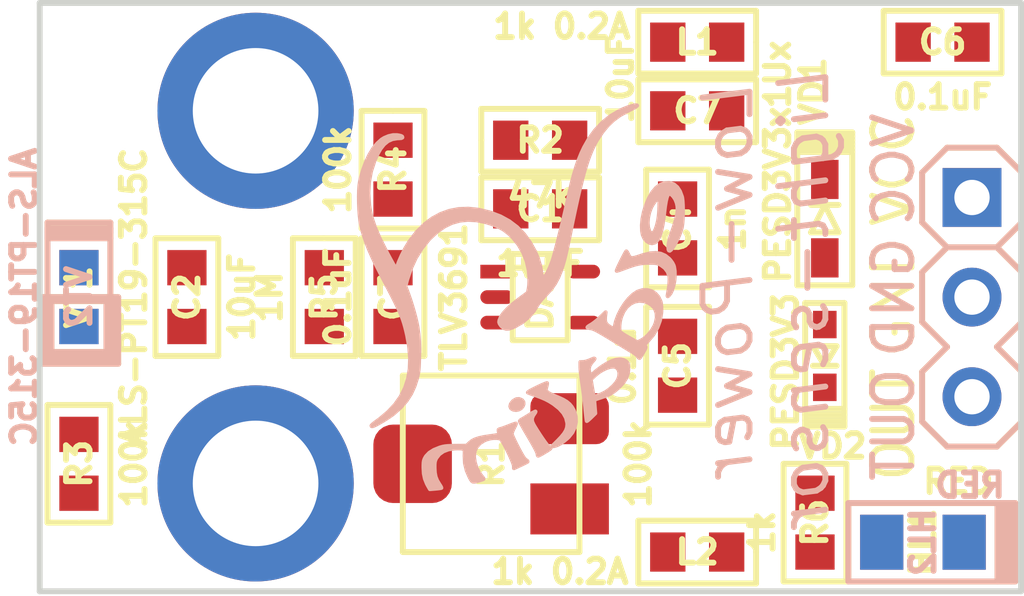
<source format=kicad_pcb>
(kicad_pcb (version 20171130) (host pcbnew "(5.1.7)-1")

  (general
    (thickness 1)
    (drawings 7)
    (tracks 0)
    (zones 0)
    (modules 26)
    (nets 10)
  )

  (page A4)
  (layers
    (0 F.Cu signal)
    (31 B.Cu signal)
    (36 B.SilkS user)
    (37 F.SilkS user)
    (38 B.Mask user)
    (39 F.Mask user)
    (40 Dwgs.User user hide)
    (44 Edge.Cuts user)
    (45 Margin user)
    (46 B.CrtYd user hide)
    (47 F.CrtYd user hide)
  )

  (setup
    (last_trace_width 0.2)
    (trace_clearance 0.2)
    (zone_clearance 0.3)
    (zone_45_only no)
    (trace_min 0.2)
    (via_size 0.7)
    (via_drill 0.3)
    (via_min_size 0.7)
    (via_min_drill 0.3)
    (uvia_size 0.7)
    (uvia_drill 0.3)
    (uvias_allowed no)
    (uvia_min_size 0.508)
    (uvia_min_drill 0.127)
    (edge_width 0.15)
    (segment_width 0.15)
    (pcb_text_width 0.3)
    (pcb_text_size 1.5 1.5)
    (mod_edge_width 0.15)
    (mod_text_size 1.5 1.5)
    (mod_text_width 0.15)
    (pad_size 0.9 0.9)
    (pad_drill 0.9)
    (pad_to_mask_clearance 0.2)
    (aux_axis_origin 125 65)
    (grid_origin 100 50)
    (visible_elements 7FFFF77F)
    (pcbplotparams
      (layerselection 0x010f0_ffffffff)
      (usegerberextensions true)
      (usegerberattributes false)
      (usegerberadvancedattributes false)
      (creategerberjobfile false)
      (gerberprecision 5)
      (excludeedgelayer true)
      (linewidth 0.150000)
      (plotframeref false)
      (viasonmask false)
      (mode 1)
      (useauxorigin true)
      (hpglpennumber 1)
      (hpglpenspeed 20)
      (hpglpendiameter 15.000000)
      (psnegative false)
      (psa4output false)
      (plotreference true)
      (plotvalue true)
      (plotinvisibletext false)
      (padsonsilk false)
      (subtractmaskfromsilk false)
      (outputformat 1)
      (mirror false)
      (drillshape 0)
      (scaleselection 1)
      (outputdirectory "Gerber/"))
  )

  (net 0 "")
  (net 1 GND)
  (net 2 +VCC)
  (net 3 "Net-(HL1-PadA)")
  (net 4 "Net-(C1-Pad1)")
  (net 5 /LightSns_OUT)
  (net 6 /+LightSns_PWR)
  (net 7 GNDP)
  (net 8 "Net-(R1-Pad2)")
  (net 9 /LightSns_Sign)

  (net_class Default "Это класс цепей по умолчанию."
    (clearance 0.2)
    (trace_width 0.2)
    (via_dia 0.7)
    (via_drill 0.3)
    (uvia_dia 0.7)
    (uvia_drill 0.3)
    (diff_pair_width 0.2)
    (diff_pair_gap 0.2)
    (add_net /+LightSns_PWR)
    (add_net /LightSns_OUT)
    (add_net /LightSns_Sign)
    (add_net GNDP)
    (add_net "Net-(C1-Pad1)")
    (add_net "Net-(HL1-PadA)")
    (add_net "Net-(R1-Pad2)")
  )

  (net_class wide ""
    (clearance 0.2)
    (trace_width 0.5)
    (via_dia 0.7)
    (via_drill 0.3)
    (uvia_dia 0.7)
    (uvia_drill 0.3)
    (diff_pair_width 0.2)
    (diff_pair_gap 0.2)
    (add_net +VCC)
    (add_net GND)
  )

  (net_class widewide ""
    (clearance 0.2)
    (trace_width 1)
    (via_dia 0.7)
    (via_drill 0.3)
    (uvia_dia 0.7)
    (uvia_drill 0.3)
    (diff_pair_width 0.2)
    (diff_pair_gap 0.2)
  )

  (module Capacitors:CAP0603 (layer F.Cu) (tedit 5DD56BAF) (tstamp 632C84BD)
    (at 123 51)
    (path /632DD41F)
    (attr smd)
    (fp_text reference C6 (at 0 0) (layer F.SilkS)
      (effects (font (size 0.6 0.6) (thickness 0.15)))
    )
    (fp_text value 0.1uF (at 0 1.4) (layer F.SilkS)
      (effects (font (size 0.6 0.6) (thickness 0.15)))
    )
    (fp_line (start -1.5 -0.8) (end 1.5 -0.8) (layer F.SilkS) (width 0.15))
    (fp_line (start 1.5 -0.8) (end 1.5 0.8) (layer F.SilkS) (width 0.15))
    (fp_line (start 1.5 0.8) (end -1.5 0.8) (layer F.SilkS) (width 0.15))
    (fp_line (start -1.5 0.8) (end -1.5 -0.8) (layer F.SilkS) (width 0.15))
    (pad 1 smd rect (at -0.75 0) (size 0.9 1) (layers F.Cu F.Paste F.Mask)
      (net 2 +VCC))
    (pad 2 smd rect (at 0.75 0) (size 0.9 1) (layers F.Cu F.Paste F.Mask)
      (net 7 GNDP))
    (model ${KISYS3DMOD}/Capacitors/CAP0603.step
      (at (xyz 0 0 0))
      (scale (xyz 1 1 1))
      (rotate (xyz 0 0 0))
    )
  )

  (module Capacitors:CAP0603 (layer F.Cu) (tedit 632C8DCF) (tstamp 632C84C7)
    (at 116.75 52.75 180)
    (path /63390CC9)
    (attr smd)
    (fp_text reference C7 (at 0 0 180) (layer F.SilkS)
      (effects (font (size 0.6 0.6) (thickness 0.15)))
    )
    (fp_text value 10uF (at 1.95 0.8 270) (layer F.SilkS)
      (effects (font (size 0.6 0.6) (thickness 0.15)))
    )
    (fp_line (start -1.5 -0.8) (end 1.5 -0.8) (layer F.SilkS) (width 0.15))
    (fp_line (start 1.5 -0.8) (end 1.5 0.8) (layer F.SilkS) (width 0.15))
    (fp_line (start 1.5 0.8) (end -1.5 0.8) (layer F.SilkS) (width 0.15))
    (fp_line (start -1.5 0.8) (end -1.5 -0.8) (layer F.SilkS) (width 0.15))
    (pad 1 smd rect (at -0.75 0 180) (size 0.9 1) (layers F.Cu F.Paste F.Mask)
      (net 6 /+LightSns_PWR))
    (pad 2 smd rect (at 0.75 0 180) (size 0.9 1) (layers F.Cu F.Paste F.Mask)
      (net 1 GND))
    (model ${KISYS3DMOD}/Capacitors/CAP0603.step
      (at (xyz 0 0 0))
      (scale (xyz 1 1 1))
      (rotate (xyz 0 0 0))
    )
  )

  (module PCB_details:Hole_for_M3_small (layer F.Cu) (tedit 5F6C5DC9) (tstamp 632C84DD)
    (at 105.5 62.25)
    (path /5F35C316)
    (zone_connect 2)
    (attr virtual)
    (fp_text reference Hole1 (at 0 2.75) (layer F.SilkS) hide
      (effects (font (size 0.127 0.127) (thickness 0.02)))
    )
    (fp_text value HoleMetalled (at 0 -2.75) (layer F.SilkS) hide
      (effects (font (size 0.127 0.127) (thickness 0.02)))
    )
    (pad H thru_hole circle (at 0 0) (size 5 5) (drill 3.2) (layers *.Cu *.Mask)
      (net 1 GND) (zone_connect 2))
  )

  (module PCB_details:Hole_for_M3_small (layer F.Cu) (tedit 5F6C5DC9) (tstamp 632C84E2)
    (at 105.5 52.75)
    (path /5F35C6AD)
    (zone_connect 2)
    (attr virtual)
    (fp_text reference Hole2 (at 0 2.75) (layer F.SilkS) hide
      (effects (font (size 0.127 0.127) (thickness 0.02)))
    )
    (fp_text value HoleMetalled (at 0 -2.75) (layer F.SilkS) hide
      (effects (font (size 0.127 0.127) (thickness 0.02)))
    )
    (pad H thru_hole circle (at 0 0) (size 5 5) (drill 3.2) (layers *.Cu *.Mask)
      (net 1 GND) (zone_connect 2))
  )

  (module Inductors:Bead_0603 (layer F.Cu) (tedit 632C8DD9) (tstamp 632C84ED)
    (at 116.75 51 180)
    (path /63390CBD)
    (attr smd)
    (fp_text reference L1 (at 0 0 180) (layer F.SilkS)
      (effects (font (size 0.6 0.6) (thickness 0.15)))
    )
    (fp_text value "1k 0.2A" (at 3.45 0.4 180) (layer F.SilkS)
      (effects (font (size 0.6 0.6) (thickness 0.15)))
    )
    (fp_line (start -1.5 0.8) (end -1.5 0) (layer F.SilkS) (width 0.15))
    (fp_line (start 1.5 0.8) (end -1.5 0.8) (layer F.SilkS) (width 0.15))
    (fp_line (start 1.5 -0.8) (end 1.5 0.8) (layer F.SilkS) (width 0.15))
    (fp_line (start -1.5 -0.8) (end 1.5 -0.8) (layer F.SilkS) (width 0.15))
    (fp_line (start -1.5 0) (end -1.5 -0.8) (layer F.SilkS) (width 0.15))
    (pad 2 smd rect (at 0.75 0 180) (size 0.9 1) (layers F.Cu F.Paste F.Mask)
      (net 6 /+LightSns_PWR))
    (pad 1 smd rect (at -0.75 0 180) (size 0.9 1) (layers F.Cu F.Paste F.Mask)
      (net 2 +VCC))
    (model "${KISYS3DMOD}/Inductors/Ferrite Bead 0603.STEP"
      (at (xyz 0 0 0))
      (scale (xyz 1 1 1))
      (rotate (xyz 0 0 0))
    )
  )

  (module Inductors:Bead_0603 (layer F.Cu) (tedit 632C8D5C) (tstamp 632C84F8)
    (at 116.75 64 180)
    (path /632DC0A7)
    (attr smd)
    (fp_text reference L2 (at 0 0 180) (layer F.SilkS)
      (effects (font (size 0.6 0.6) (thickness 0.15)))
    )
    (fp_text value "1k 0.2A" (at 3.5 -0.5 180) (layer F.SilkS)
      (effects (font (size 0.6 0.6) (thickness 0.15)))
    )
    (fp_line (start -1.5 0) (end -1.5 -0.8) (layer F.SilkS) (width 0.15))
    (fp_line (start -1.5 -0.8) (end 1.5 -0.8) (layer F.SilkS) (width 0.15))
    (fp_line (start 1.5 -0.8) (end 1.5 0.8) (layer F.SilkS) (width 0.15))
    (fp_line (start 1.5 0.8) (end -1.5 0.8) (layer F.SilkS) (width 0.15))
    (fp_line (start -1.5 0.8) (end -1.5 0) (layer F.SilkS) (width 0.15))
    (pad 1 smd rect (at -0.75 0 180) (size 0.9 1) (layers F.Cu F.Paste F.Mask)
      (net 7 GNDP))
    (pad 2 smd rect (at 0.75 0 180) (size 0.9 1) (layers F.Cu F.Paste F.Mask)
      (net 1 GND))
    (model "${KISYS3DMOD}/Inductors/Ferrite Bead 0603.STEP"
      (at (xyz 0 0 0))
      (scale (xyz 1 1 1))
      (rotate (xyz 0 0 0))
    )
  )

  (module Graphics:Eldalim_10x8 (layer B.Cu) (tedit 5B095A05) (tstamp 632C850C)
    (at 112.25 57.5 270)
    (path /59C3CC15)
    (attr virtual)
    (fp_text reference Logo1 (at 0 0 270) (layer B.SilkS) hide
      (effects (font (size 1.524 1.524) (thickness 0.3)) (justify mirror))
    )
    (fp_text value Eldalim (at 0.75 0 270) (layer B.SilkS) hide
      (effects (font (size 1.524 1.524) (thickness 0.3)) (justify mirror))
    )
    (fp_poly (pts (xy -1.182086 -3.800308) (xy -1.205604 -3.831734) (xy -1.253819 -3.870831) (xy -1.321501 -3.914726)
      (xy -1.403421 -3.960547) (xy -1.494348 -4.005423) (xy -1.589052 -4.046479) (xy -1.682304 -4.080844)
      (xy -1.768874 -4.105646) (xy -1.791318 -4.110508) (xy -1.877005 -4.122819) (xy -1.985014 -4.131414)
      (xy -2.106042 -4.136271) (xy -2.230791 -4.137369) (xy -2.349961 -4.134685) (xy -2.454252 -4.128197)
      (xy -2.534364 -4.117883) (xy -2.558814 -4.112336) (xy -2.696786 -4.061265) (xy -2.800816 -3.994188)
      (xy -2.871108 -3.910915) (xy -2.907867 -3.811253) (xy -2.912153 -3.780645) (xy -2.905221 -3.663606)
      (xy -2.861961 -3.553057) (xy -2.783263 -3.449929) (xy -2.670016 -3.355153) (xy -2.523109 -3.269661)
      (xy -2.357002 -3.199281) (xy -2.174434 -3.142264) (xy -1.997134 -3.105284) (xy -1.831621 -3.089064)
      (xy -1.684414 -3.094323) (xy -1.58563 -3.114055) (xy -1.497106 -3.153727) (xy -1.429907 -3.210374)
      (xy -1.387531 -3.277768) (xy -1.373478 -3.349683) (xy -1.391247 -3.419889) (xy -1.402947 -3.439177)
      (xy -1.461234 -3.493088) (xy -1.556363 -3.541264) (xy -1.62206 -3.562394) (xy -1.62206 -3.362015)
      (xy -1.625181 -3.324936) (xy -1.664369 -3.288965) (xy -1.679222 -3.280634) (xy -1.774533 -3.249029)
      (xy -1.891462 -3.238224) (xy -2.020809 -3.247427) (xy -2.153373 -3.275846) (xy -2.279954 -3.322689)
      (xy -2.304248 -3.334455) (xy -2.364157 -3.368668) (xy -2.424198 -3.409276) (xy -2.477664 -3.450768)
      (xy -2.51785 -3.487632) (xy -2.538049 -3.514358) (xy -2.53564 -3.52461) (xy -2.492701 -3.532687)
      (xy -2.421322 -3.53642) (xy -2.330401 -3.536157) (xy -2.228832 -3.532247) (xy -2.125513 -3.525039)
      (xy -2.02934 -3.514881) (xy -1.949209 -3.502122) (xy -1.946187 -3.501506) (xy -1.817068 -3.469946)
      (xy -1.719206 -3.435515) (xy -1.653802 -3.399206) (xy -1.62206 -3.362015) (xy -1.62206 -3.562394)
      (xy -1.687972 -3.583595) (xy -1.855696 -3.619974) (xy -2.059172 -3.65029) (xy -2.140806 -3.659668)
      (xy -2.313334 -3.680788) (xy -2.448799 -3.703303) (xy -2.547746 -3.727335) (xy -2.610721 -3.753007)
      (xy -2.632169 -3.770075) (xy -2.637028 -3.802318) (xy -2.613819 -3.844539) (xy -2.568277 -3.890185)
      (xy -2.506136 -3.9327) (xy -2.476472 -3.948043) (xy -2.395345 -3.979209) (xy -2.310093 -3.996475)
      (xy -2.215812 -3.999294) (xy -2.1076 -3.987118) (xy -1.980553 -3.9594) (xy -1.829767 -3.915592)
      (xy -1.652933 -3.85606) (xy -1.499389 -3.805902) (xy -1.376443 -3.774685) (xy -1.282348 -3.762122)
      (xy -1.215359 -3.767924) (xy -1.188495 -3.779425) (xy -1.182086 -3.800308)) (layer B.SilkS) (width 0.1))
    (fp_poly (pts (xy -0.021658 -3.748598) (xy -0.034323 -3.76807) (xy -0.036371 -3.770572) (xy -0.097343 -3.820489)
      (xy -0.187015 -3.862793) (xy -0.296973 -3.896074) (xy -0.418801 -3.918924) (xy -0.544086 -3.929934)
      (xy -0.664413 -3.927694) (xy -0.771367 -3.910795) (xy -0.808029 -3.899789) (xy -0.871851 -3.867353)
      (xy -0.941741 -3.816707) (xy -0.979356 -3.782584) (xy -1.058062 -3.683564) (xy -1.106831 -3.5722)
      (xy -1.125969 -3.445695) (xy -1.115786 -3.301256) (xy -1.076588 -3.136088) (xy -1.057224 -3.076222)
      (xy -1.022124 -2.970447) (xy -1.000857 -2.893684) (xy -0.993881 -2.83977) (xy -1.001653 -2.802544)
      (xy -1.024633 -2.775844) (xy -1.063277 -2.75351) (xy -1.081852 -2.745025) (xy -1.130754 -2.720944)
      (xy -1.161327 -2.701177) (xy -1.166499 -2.694342) (xy -1.150738 -2.682172) (xy -1.108293 -2.657842)
      (xy -1.046401 -2.624935) (xy -0.972297 -2.587035) (xy -0.89322 -2.547724) (xy -0.816405 -2.510587)
      (xy -0.749089 -2.479207) (xy -0.698508 -2.457168) (xy -0.6719 -2.448053) (xy -0.669707 -2.448332)
      (xy -0.673549 -2.467641) (xy -0.688528 -2.514602) (xy -0.712153 -2.58179) (xy -0.73683 -2.648355)
      (xy -0.7876 -2.787154) (xy -0.82447 -2.901242) (xy -0.849498 -2.999991) (xy -0.864738 -3.092768)
      (xy -0.872246 -3.188945) (xy -0.874064 -3.273778) (xy -0.873698 -3.364613) (xy -0.870375 -3.428514)
      (xy -0.862114 -3.476165) (xy -0.846932 -3.51825) (xy -0.822845 -3.565451) (xy -0.818444 -3.573448)
      (xy -0.744174 -3.673057) (xy -0.64876 -3.74626) (xy -0.538912 -3.7882) (xy -0.515989 -3.792381)
      (xy -0.45063 -3.795535) (xy -0.358917 -3.791014) (xy -0.25112 -3.779778) (xy -0.13751 -3.76279)
      (xy -0.075259 -3.751138) (xy -0.033243 -3.743984) (xy -0.021658 -3.748598)) (layer B.SilkS) (width 0.1))
    (fp_poly (pts (xy 1.55192 -3.029675) (xy 1.532819 -3.044999) (xy 1.489397 -3.073804) (xy 1.429889 -3.110697)
      (xy 1.409202 -3.123089) (xy 1.34004 -3.162431) (xy 1.295695 -3.182576) (xy 1.270034 -3.185727)
      (xy 1.258633 -3.177176) (xy 1.243939 -3.146759) (xy 1.242066 -3.137921) (xy 1.229645 -3.143982)
      (xy 1.196613 -3.171581) (xy 1.153959 -3.210935) (xy 1.153959 -2.979267) (xy 1.033239 -2.759706)
      (xy 0.978516 -2.664486) (xy 0.931445 -2.591108) (xy 0.894975 -2.543893) (xy 0.874889 -2.527674)
      (xy 0.809603 -2.517488) (xy 0.72135 -2.519145) (xy 0.622512 -2.531578) (xy 0.525467 -2.553716)
      (xy 0.506611 -2.559455) (xy 0.36856 -2.618851) (xy 0.256126 -2.698367) (xy 0.171331 -2.794159)
      (xy 0.116197 -2.902387) (xy 0.092744 -3.019208) (xy 0.102993 -3.140781) (xy 0.14273 -3.25114)
      (xy 0.212007 -3.353672) (xy 0.300488 -3.424888) (xy 0.40549 -3.46408) (xy 0.524328 -3.47054)
      (xy 0.65432 -3.44356) (xy 0.741019 -3.408939) (xy 0.864898 -3.336026) (xy 0.976498 -3.242631)
      (xy 1.065859 -3.137846) (xy 1.101161 -3.080109) (xy 1.153959 -2.979267) (xy 1.153959 -3.210935)
      (xy 1.148912 -3.215592) (xy 1.122179 -3.241402) (xy 0.955571 -3.381527) (xy 0.779093 -3.485383)
      (xy 0.592511 -3.553078) (xy 0.395591 -3.58472) (xy 0.366889 -3.586291) (xy 0.237552 -3.586218)
      (xy 0.139837 -3.573471) (xy 0.112313 -3.565934) (xy -0.002049 -3.511383) (xy -0.090612 -3.432923)
      (xy -0.15114 -3.335981) (xy -0.181396 -3.225987) (xy -0.179145 -3.10837) (xy -0.14215 -2.988559)
      (xy -0.133123 -2.970065) (xy -0.061055 -2.862874) (xy 0.041457 -2.756539) (xy 0.167407 -2.655604)
      (xy 0.309789 -2.564614) (xy 0.4616 -2.488112) (xy 0.615833 -2.430641) (xy 0.74619 -2.399716)
      (xy 0.824453 -2.386748) (xy 0.765005 -2.285309) (xy 0.713311 -2.210656) (xy 0.659028 -2.167084)
      (xy 0.591845 -2.149585) (xy 0.501451 -2.153149) (xy 0.494632 -2.153977) (xy 0.386765 -2.167454)
      (xy 0.519964 -2.02723) (xy 0.583894 -1.955716) (xy 0.643722 -1.881445) (xy 0.690297 -1.816078)
      (xy 0.705568 -1.790721) (xy 0.735659 -1.740636) (xy 0.760165 -1.709098) (xy 0.771602 -1.702861)
      (xy 0.781807 -1.725105) (xy 0.791508 -1.771243) (xy 0.79457 -1.794139) (xy 0.801576 -1.826139)
      (xy 0.817552 -1.868428) (xy 0.84442 -1.924572) (xy 0.884102 -1.99814) (xy 0.93852 -2.092699)
      (xy 1.009597 -2.211818) (xy 1.096342 -2.354311) (xy 1.172448 -2.478538) (xy 1.244064 -2.595446)
      (xy 1.308294 -2.700305) (xy 1.36224 -2.788384) (xy 1.403003 -2.854951) (xy 1.427687 -2.895277)
      (xy 1.430845 -2.90044) (xy 1.467989 -2.949965) (xy 1.507708 -2.987052) (xy 1.51663 -2.992646)
      (xy 1.546081 -3.014308) (xy 1.55192 -3.029675)) (layer B.SilkS) (width 0.1))
    (fp_poly (pts (xy 3.292593 3.779159) (xy 3.282467 3.743427) (xy 3.254776 3.683686) (xy 3.213554 3.606744)
      (xy 3.162834 3.519406) (xy 3.106647 3.428479) (xy 3.049026 3.340771) (xy 2.994004 3.263087)
      (xy 2.963309 3.223367) (xy 2.804283 3.046246) (xy 2.638739 2.902585) (xy 2.460336 2.788215)
      (xy 2.262737 2.698968) (xy 2.076625 2.64019) (xy 2.004227 2.622099) (xy 1.937233 2.608595)
      (xy 1.867371 2.598804) (xy 1.786364 2.591852) (xy 1.685939 2.586865) (xy 1.557821 2.582969)
      (xy 1.528019 2.58224) (xy 1.309361 2.580277) (xy 1.117769 2.586067) (xy 0.943342 2.600334)
      (xy 0.776179 2.623802) (xy 0.660048 2.645706) (xy 0.529293 2.675973) (xy 0.376716 2.716512)
      (xy 0.215384 2.763495) (xy 0.058364 2.813096) (xy -0.081278 2.861486) (xy -0.098792 2.867982)
      (xy -0.275735 2.934255) (xy -0.443608 2.888247) (xy -0.735103 2.792034) (xy -1.00058 2.669855)
      (xy -1.242472 2.52037) (xy -1.463216 2.342238) (xy -1.502853 2.305152) (xy -1.668867 2.1263)
      (xy -1.798279 1.941825) (xy -1.89145 1.750197) (xy -1.948742 1.549887) (xy -1.970516 1.339364)
      (xy -1.957135 1.117099) (xy -1.908961 0.881561) (xy -1.870035 0.752593) (xy -1.801752 0.577916)
      (xy -1.719616 0.429166) (xy -1.616687 0.295281) (xy -1.522473 0.198727) (xy -1.337906 0.049847)
      (xy -1.13371 -0.068694) (xy -0.914531 -0.154917) (xy -0.685019 -0.206843) (xy -0.536222 -0.221102)
      (xy -0.41328 -0.223301) (xy -0.304338 -0.218759) (xy -0.220928 -0.207963) (xy -0.220246 -0.207822)
      (xy -0.111234 -0.185137) (xy 0.05108 0.034432) (xy 0.178491 0.197234) (xy 0.297729 0.330289)
      (xy 0.407502 0.432474) (xy 0.506523 0.502667) (xy 0.5935 0.539742) (xy 0.638118 0.54563)
      (xy 0.676981 0.532713) (xy 0.724999 0.499954) (xy 0.745067 0.481659) (xy 0.788618 0.425811)
      (xy 0.807965 0.365154) (xy 0.803075 0.293096) (xy 0.773915 0.203042) (xy 0.743332 0.13465)
      (xy 0.634845 -0.051516) (xy 0.501131 -0.211137) (xy 0.343974 -0.34235) (xy 0.211298 -0.421248)
      (xy 0.148632 -0.461018) (xy 0.070206 -0.523231) (xy -0.015864 -0.601245) (xy -0.05211 -0.636892)
      (xy -0.197873 -0.770498) (xy -0.345577 -0.876432) (xy -0.507641 -0.962576) (xy -0.664783 -1.025703)
      (xy -0.745118 -1.05366) (xy -0.822998 -1.078838) (xy -0.903787 -1.102573) (xy -0.992847 -1.126199)
      (xy -1.095543 -1.151051) (xy -1.217236 -1.178464) (xy -1.363291 -1.209772) (xy -1.539071 -1.246309)
      (xy -1.608666 -1.260592) (xy -1.945393 -1.330328) (xy -2.24758 -1.394736) (xy -2.51782 -1.454562)
      (xy -2.758711 -1.51055) (xy -2.972848 -1.563447) (xy -3.162825 -1.613998) (xy -3.331238 -1.662948)
      (xy -3.480683 -1.711044) (xy -3.613756 -1.75903) (xy -3.733051 -1.807653) (xy -3.841163 -1.857658)
      (xy -3.940689 -1.90979) (xy -4.011409 -1.950824) (xy -4.211451 -2.083256) (xy -4.3791 -2.220662)
      (xy -4.519588 -2.368539) (xy -4.638149 -2.532383) (xy -4.738403 -2.714345) (xy -4.778657 -2.795566)
      (xy -4.815937 -2.867169) (xy -4.845625 -2.920492) (xy -4.861081 -2.944518) (xy -4.882828 -2.969562)
      (xy -4.890205 -2.962123) (xy -4.891253 -2.933703) (xy -4.884113 -2.882933) (xy -4.864071 -2.808194)
      (xy -4.834506 -2.719442) (xy -4.798797 -2.626632) (xy -4.760323 -2.539719) (xy -4.751225 -2.521185)
      (xy -4.615187 -2.291842) (xy -4.448374 -2.083918) (xy -4.251272 -1.897881) (xy -4.024366 -1.734203)
      (xy -3.819407 -1.618512) (xy -3.670069 -1.548292) (xy -3.509151 -1.483007) (xy -3.331891 -1.421162)
      (xy -3.133529 -1.361261) (xy -2.909303 -1.30181) (xy -2.654454 -1.241314) (xy -2.530592 -1.213804)
      (xy -2.351044 -1.173897) (xy -2.162605 -1.130662) (xy -1.97021 -1.085338) (xy -1.778797 -1.03916)
      (xy -1.5933 -0.993367) (xy -1.418658 -0.949193) (xy -1.259806 -0.907877) (xy -1.12168 -0.870656)
      (xy -1.009218 -0.838765) (xy -0.927354 -0.813443) (xy -0.912518 -0.808378) (xy -0.76011 -0.749331)
      (xy -0.626807 -0.686581) (xy -0.519972 -0.623764) (xy -0.481336 -0.595521) (xy -0.426451 -0.551683)
      (xy -0.566003 -0.539629) (xy -0.786121 -0.50292) (xy -1.015229 -0.430166) (xy -1.159418 -0.368006)
      (xy -1.398014 -0.237398) (xy -1.606586 -0.084947) (xy -1.785753 0.090181) (xy -1.936132 0.288825)
      (xy -2.058341 0.511819) (xy -2.152999 0.760002) (xy -2.220724 1.03421) (xy -2.22894 1.079613)
      (xy -2.255294 1.334237) (xy -2.245358 1.579847) (xy -2.199619 1.815398) (xy -2.118563 2.039843)
      (xy -2.002677 2.252134) (xy -1.852448 2.451225) (xy -1.668363 2.636069) (xy -1.450907 2.80562)
      (xy -1.41515 2.829863) (xy -1.247753 2.932551) (xy -1.072033 3.02473) (xy -0.901248 3.099758)
      (xy -0.812365 3.131917) (xy -0.771896 3.14505) (xy -0.745298 3.156012) (xy -0.73542 3.167943)
      (xy -0.745111 3.183982) (xy -0.77722 3.207267) (xy -0.834596 3.240939) (xy -0.920088 3.288135)
      (xy -0.987777 3.32519) (xy -1.227508 3.453529) (xy -1.441487 3.561047) (xy -1.634105 3.649454)
      (xy -1.809749 3.720458) (xy -1.972808 3.77577) (xy -2.127671 3.817099) (xy -2.278727 3.846153)
      (xy -2.351358 3.856265) (xy -2.647723 3.876078) (xy -2.931792 3.860793) (xy -3.205671 3.810074)
      (xy -3.471465 3.723585) (xy -3.631259 3.652764) (xy -3.781368 3.568124) (xy -3.896092 3.477088)
      (xy -3.977497 3.376938) (xy -4.027646 3.264959) (xy -4.048604 3.138433) (xy -4.049527 3.102461)
      (xy -4.053998 3.039489) (xy -4.067617 3.011916) (xy -4.073565 3.01037) (xy -4.093863 3.017382)
      (xy -4.108879 3.043129) (xy -4.121549 3.094679) (xy -4.130069 3.146375) (xy -4.130065 3.248372)
      (xy -4.104933 3.361484) (xy -4.058432 3.472711) (xy -4.015834 3.541583) (xy -3.917653 3.650437)
      (xy -3.786651 3.754409) (xy -3.627558 3.851082) (xy -3.445103 3.938038) (xy -3.244015 4.012859)
      (xy -3.029022 4.073126) (xy -2.93684 4.093291) (xy -2.835378 4.107389) (xy -2.705707 4.115952)
      (xy -2.556804 4.119208) (xy -2.397646 4.117387) (xy -2.237209 4.110716) (xy -2.084471 4.099424)
      (xy -1.948408 4.08374) (xy -1.845193 4.06552) (xy -1.688648 4.026761) (xy -1.529333 3.978775)
      (xy -1.362837 3.919733) (xy -1.184744 3.847808) (xy -0.990642 3.761174) (xy -0.776118 3.658004)
      (xy -0.536757 3.536469) (xy -0.420703 3.475794) (xy -0.215642 3.368232) (xy -0.039211 3.276991)
      (xy 0.112928 3.200255) (xy 0.245115 3.136208) (xy 0.361688 3.083032) (xy 0.466988 3.038912)
      (xy 0.565351 3.002031) (xy 0.661119 2.970573) (xy 0.75863 2.942721) (xy 0.862223 2.916658)
      (xy 0.976237 2.890569) (xy 0.978371 2.890097) (xy 1.283226 2.836341) (xy 1.568697 2.814564)
      (xy 1.835787 2.825112) (xy 2.085494 2.868334) (xy 2.318822 2.944578) (xy 2.53677 3.054192)
      (xy 2.740341 3.197524) (xy 2.930536 3.374922) (xy 3.108355 3.586733) (xy 3.151182 3.64537)
      (xy 3.210368 3.726048) (xy 3.252047 3.776386) (xy 3.278186 3.798242) (xy 3.290751 3.793477)
      (xy 3.292593 3.779159)) (layer B.SilkS) (width 0.1))
    (fp_poly (pts (xy 3.159787 -1.686045) (xy 3.151591 -1.702286) (xy 3.122414 -1.737999) (xy 3.078056 -1.786223)
      (xy 3.065713 -1.79897) (xy 2.963334 -1.903675) (xy 2.80422 -1.891281) (xy 2.729662 -1.885236)
      (xy 2.669541 -1.87992) (xy 2.633702 -1.876221) (xy 2.62876 -1.87548) (xy 2.616592 -1.89069)
      (xy 2.597884 -1.934255) (xy 2.57586 -1.998194) (xy 2.565767 -2.031351) (xy 2.536325 -2.118947)
      (xy 2.536325 -1.876696) (xy 2.533318 -1.868527) (xy 2.511633 -1.86147) (xy 2.460624 -1.850186)
      (xy 2.388137 -1.836284) (xy 2.310369 -1.822758) (xy 2.097852 -1.787422) (xy 2.000939 -1.88977)
      (xy 1.923633 -1.983178) (xy 1.859454 -2.083676) (xy 1.810789 -2.184879) (xy 1.780022 -2.280401)
      (xy 1.769538 -2.363856) (xy 1.781722 -2.428861) (xy 1.79271 -2.447292) (xy 1.854274 -2.497779)
      (xy 1.934726 -2.518823) (xy 2.028766 -2.509807) (xy 2.103856 -2.48348) (xy 2.182952 -2.434419)
      (xy 2.267555 -2.360063) (xy 2.348623 -2.269822) (xy 2.417115 -2.173106) (xy 2.438956 -2.134732)
      (xy 2.479617 -2.051561) (xy 2.511137 -1.975927) (xy 2.530909 -1.915187) (xy 2.536325 -1.876696)
      (xy 2.536325 -2.118947) (xy 2.518288 -2.172612) (xy 2.463362 -2.289454) (xy 2.393546 -2.395087)
      (xy 2.301398 -2.502721) (xy 2.298421 -2.505895) (xy 2.178052 -2.617679) (xy 2.059563 -2.693745)
      (xy 1.939895 -2.735681) (xy 1.836143 -2.74569) (xy 1.767196 -2.741769) (xy 1.708316 -2.732966)
      (xy 1.680211 -2.724441) (xy 1.637529 -2.686568) (xy 1.602718 -2.625103) (xy 1.582741 -2.554073)
      (xy 1.580445 -2.523475) (xy 1.594193 -2.43148) (xy 1.633289 -2.321177) (xy 1.694508 -2.198745)
      (xy 1.774627 -2.070363) (xy 1.870422 -1.942211) (xy 1.905553 -1.900296) (xy 2.011094 -1.778)
      (xy 1.932177 -1.75378) (xy 1.83913 -1.737973) (xy 1.755822 -1.753708) (xy 1.674175 -1.803087)
      (xy 1.644608 -1.828603) (xy 1.596928 -1.870084) (xy 1.571011 -1.884902) (xy 1.565917 -1.871422)
      (xy 1.580706 -1.828008) (xy 1.608483 -1.765757) (xy 1.634905 -1.696729) (xy 1.651981 -1.628586)
      (xy 1.65552 -1.594555) (xy 1.655704 -1.524) (xy 1.783953 -1.524) (xy 1.848621 -1.527022)
      (xy 1.940039 -1.535337) (xy 2.047882 -1.547814) (xy 2.161821 -1.563325) (xy 2.209273 -1.570513)
      (xy 2.339368 -1.589501) (xy 2.490578 -1.609387) (xy 2.646503 -1.628136) (xy 2.790741 -1.643711)
      (xy 2.828913 -1.647426) (xy 2.934897 -1.657826) (xy 3.027218 -1.667666) (xy 3.099618 -1.676216)
      (xy 3.145841 -1.682747) (xy 3.159787 -1.686045)) (layer B.SilkS) (width 0.1))
    (fp_poly (pts (xy 3.806936 -0.79963) (xy 3.795597 -0.869832) (xy 3.773151 -0.93795) (xy 3.728305 -1.02145)
      (xy 3.667023 -1.110987) (xy 3.595273 -1.19722) (xy 3.56904 -1.224642) (xy 3.451504 -1.318841)
      (xy 3.321278 -1.381079) (xy 3.183793 -1.41034) (xy 3.04448 -1.405609) (xy 2.90877 -1.365869)
      (xy 2.881768 -1.353246) (xy 2.79911 -1.305334) (xy 2.730058 -1.248475) (xy 2.670078 -1.176609)
      (xy 2.614641 -1.083675) (xy 2.559212 -0.963613) (xy 2.523188 -0.873734) (xy 2.477611 -0.768582)
      (xy 2.433791 -0.692909) (xy 2.393564 -0.649473) (xy 2.367413 -0.639704) (xy 2.337307 -0.644778)
      (xy 2.288183 -0.657382) (xy 2.273951 -0.661533) (xy 2.226058 -0.673153) (xy 2.195509 -0.675494)
      (xy 2.191701 -0.673972) (xy 2.196098 -0.654645) (xy 2.214472 -0.607687) (xy 2.244208 -0.53924)
      (xy 2.28269 -0.455447) (xy 2.303176 -0.412254) (xy 2.349559 -0.318527) (xy 2.387934 -0.247187)
      (xy 2.416177 -0.20186) (xy 2.432166 -0.186175) (xy 2.4344 -0.188148) (xy 2.444879 -0.217135)
      (xy 2.464768 -0.272496) (xy 2.490815 -0.345172) (xy 2.509331 -0.396912) (xy 2.558009 -0.526695)
      (xy 2.60333 -0.631612) (xy 2.650989 -0.723322) (xy 2.706679 -0.813482) (xy 2.72901 -0.846667)
      (xy 2.83985 -0.986149) (xy 2.956757 -1.090016) (xy 3.078882 -1.157706) (xy 3.205376 -1.188654)
      (xy 3.248106 -1.190709) (xy 3.324702 -1.182627) (xy 3.400033 -1.156157) (xy 3.479724 -1.107961)
      (xy 3.569397 -1.034702) (xy 3.663995 -0.943865) (xy 3.806936 -0.79963)) (layer B.SilkS) (width 0.1))
    (fp_poly (pts (xy 4.045186 -0.447245) (xy 4.035903 -0.470873) (xy 4.011705 -0.516917) (xy 3.978066 -0.576168)
      (xy 3.940461 -0.639415) (xy 3.904366 -0.697448) (xy 3.875253 -0.741057) (xy 3.85869 -0.760978)
      (xy 3.840191 -0.754705) (xy 3.828318 -0.732211) (xy 3.808535 -0.708817) (xy 3.761714 -0.669605)
      (xy 3.693045 -0.618179) (xy 3.607721 -0.558145) (xy 3.510933 -0.493107) (xy 3.407872 -0.426669)
      (xy 3.303729 -0.362437) (xy 3.249542 -0.33033) (xy 3.167906 -0.2942) (xy 3.095233 -0.290492)
      (xy 3.021738 -0.319886) (xy 2.979016 -0.349188) (xy 2.940999 -0.374232) (xy 2.918721 -0.381265)
      (xy 2.916297 -0.37784) (xy 2.925896 -0.353953) (xy 2.951376 -0.307637) (xy 2.987763 -0.247784)
      (xy 2.998418 -0.231068) (xy 3.042204 -0.161449) (xy 3.08181 -0.095716) (xy 3.109473 -0.046791)
      (xy 3.11179 -0.042333) (xy 3.137348 -0.002104) (xy 3.160042 0.018216) (xy 3.163158 0.018815)
      (xy 3.184413 0.009579) (xy 3.233165 -0.016339) (xy 3.30465 -0.056253) (xy 3.394104 -0.10748)
      (xy 3.496761 -0.167334) (xy 3.563877 -0.206963) (xy 3.692077 -0.28171) (xy 3.802419 -0.343411)
      (xy 3.891538 -0.390305) (xy 3.956068 -0.420628) (xy 3.992647 -0.432617) (xy 3.994831 -0.432741)
      (xy 4.031766 -0.437412) (xy 4.045186 -0.447245)) (layer B.SilkS) (width 0.1))
    (fp_poly (pts (xy 4.896985 2.309628) (xy 4.884984 2.167651) (xy 4.878246 2.098669) (xy 4.87138 2.045813)
      (xy 4.865702 2.018922) (xy 4.864925 2.017616) (xy 4.846429 2.022896) (xy 4.807164 2.044971)
      (xy 4.771085 2.068578) (xy 4.675534 2.126308) (xy 4.581941 2.163239) (xy 4.477317 2.183159)
      (xy 4.35563 2.189783) (xy 4.26937 2.189524) (xy 4.208789 2.184732) (xy 4.162016 2.173298)
      (xy 4.117177 2.15311) (xy 4.10163 2.144643) (xy 4.005459 2.069809) (xy 3.932375 1.966723)
      (xy 3.883401 1.837618) (xy 3.859562 1.684726) (xy 3.857294 1.612444) (xy 3.858089 1.525191)
      (xy 3.864346 1.469112) (xy 3.882567 1.437769) (xy 3.919252 1.424721) (xy 3.980904 1.423529)
      (xy 4.045086 1.426428) (xy 4.235213 1.417505) (xy 4.421267 1.371928) (xy 4.571526 1.307304)
      (xy 4.643396 1.269688) (xy 4.686797 1.240698) (xy 4.706392 1.21112) (xy 4.70684 1.171736)
      (xy 4.692805 1.113331) (xy 4.68454 1.083865) (xy 4.665292 1.01866) (xy 4.648814 0.968865)
      (xy 4.638461 0.944563) (xy 4.638016 0.94404) (xy 4.619736 0.949555) (xy 4.585259 0.975216)
      (xy 4.567015 0.991661) (xy 4.468397 1.064836) (xy 4.345961 1.124679) (xy 4.212558 1.166305)
      (xy 4.081037 1.184829) (xy 4.057588 1.185333) (xy 3.928433 1.169037) (xy 3.818152 1.120206)
      (xy 3.726866 1.038933) (xy 3.654695 0.925305) (xy 3.629176 0.865482) (xy 3.604887 0.778355)
      (xy 3.592324 0.684468) (xy 3.592069 0.596274) (xy 3.604706 0.52623) (xy 3.61246 0.507971)
      (xy 3.637382 0.485048) (xy 3.690283 0.450925) (xy 3.764412 0.408891) (xy 3.853023 0.362239)
      (xy 3.949367 0.314259) (xy 4.046694 0.268244) (xy 4.138257 0.227485) (xy 4.217307 0.195273)
      (xy 4.277095 0.174898) (xy 4.306801 0.169333) (xy 4.362606 0.169333) (xy 4.286953 0.004704)
      (xy 4.252748 -0.068018) (xy 4.223104 -0.127932) (xy 4.202256 -0.166627) (xy 4.196008 -0.175887)
      (xy 4.178475 -0.172549) (xy 4.156702 -0.142761) (xy 4.155284 -0.139938) (xy 4.136385 -0.115106)
      (xy 4.099658 -0.085107) (xy 4.041107 -0.04739) (xy 3.956737 0.000597) (xy 3.842552 0.061406)
      (xy 3.828815 0.068563) (xy 3.72948 0.119121) (xy 3.639338 0.16292) (xy 3.564572 0.197118)
      (xy 3.51137 0.218872) (xy 3.487355 0.225466) (xy 3.449965 0.217117) (xy 3.393222 0.195082)
      (xy 3.338827 0.168911) (xy 3.282615 0.140856) (xy 3.241059 0.122955) (xy 3.223698 0.119068)
      (xy 3.227401 0.138263) (xy 3.242859 0.184811) (xy 3.267466 0.25128) (xy 3.292263 0.314498)
      (xy 3.323391 0.395027) (xy 3.348293 0.465048) (xy 3.363964 0.515762) (xy 3.367852 0.535868)
      (xy 3.382238 0.558658) (xy 3.424533 0.55769) (xy 3.481795 0.538029) (xy 3.494493 0.537915)
      (xy 3.505218 0.553061) (xy 3.515333 0.588672) (xy 3.526206 0.649955) (xy 3.539202 0.742117)
      (xy 3.543082 0.771661) (xy 3.566975 0.929665) (xy 3.594102 1.055543) (xy 3.626284 1.154771)
      (xy 3.665341 1.232827) (xy 3.713092 1.295186) (xy 3.719151 1.301525) (xy 3.788383 1.372424)
      (xy 3.790622 1.650472) (xy 3.792434 1.767865) (xy 3.79638 1.856839) (xy 3.803479 1.926586)
      (xy 3.814751 1.986298) (xy 3.831216 2.04517) (xy 3.836062 2.060222) (xy 3.896581 2.209713)
      (xy 3.968994 2.324529) (xy 4.05418 2.405976) (xy 4.080439 2.422979) (xy 4.125905 2.447469)
      (xy 4.168205 2.462652) (xy 4.218602 2.470697) (xy 4.288358 2.47377) (xy 4.346223 2.474129)
      (xy 4.49946 2.46559) (xy 4.632134 2.437749) (xy 4.757781 2.387213) (xy 4.814456 2.35684)
      (xy 4.896985 2.309628)) (layer B.SilkS) (width 0.1))
    (fp_poly (pts (xy 2.878667 0.114664) (xy 2.865641 0.045199) (xy 2.831464 -0.012502) (xy 2.78349 -0.054135)
      (xy 2.729072 -0.075394) (xy 2.675563 -0.071973) (xy 2.630317 -0.039566) (xy 2.625734 -0.033443)
      (xy 2.596987 0.037127) (xy 2.603816 0.111261) (xy 2.645356 0.183145) (xy 2.660415 0.199437)
      (xy 2.726027 0.24819) (xy 2.785687 0.261931) (xy 2.834366 0.242614) (xy 2.867034 0.192192)
      (xy 2.878667 0.114664)) (layer B.SilkS) (width 0.1))
    (fp_circle (center 0.3 0) (end 0.2 0) (layer B.SilkS) (width 0.15))
  )

  (module Diodes:SOD323+523 (layer F.Cu) (tedit 632C99D4) (tstamp 632C8556)
    (at 120 55.5 90)
    (path /632E3E33)
    (attr smd)
    (fp_text reference VD1 (at 3.25 -0.3 90) (layer F.SilkS)
      (effects (font (size 0.6 0.6) (thickness 0.15)))
    )
    (fp_text value PESD3V3x1Ux (at 1.45 -1.2 270) (layer F.SilkS)
      (effects (font (size 0.6 0.6) (thickness 0.15)))
    )
    (fp_line (start -0.35 -0.35) (end -0.35 0.35) (layer F.SilkS) (width 0.15))
    (fp_line (start 0.35 0) (end -0.35 -0.35) (layer F.SilkS) (width 0.15))
    (fp_line (start -0.35 0.35) (end 0.35 0) (layer F.SilkS) (width 0.15))
    (fp_line (start 0.35 -0.35) (end 0.35 0.35) (layer F.SilkS) (width 0.15))
    (fp_line (start -1.7 -0.7) (end -1.7 0.7) (layer F.SilkS) (width 0.15))
    (fp_line (start 2.2 -0.7) (end -1.7 -0.7) (layer F.SilkS) (width 0.15))
    (fp_line (start 1.7 0.7) (end 1.7 -0.7) (layer F.SilkS) (width 0.15))
    (fp_line (start -1.7 0.7) (end 2.2 0.7) (layer F.SilkS) (width 0.15))
    (fp_line (start 2.2 0.7) (end 2.2 -0.7) (layer F.SilkS) (width 0.15))
    (fp_line (start 2.1 -0.7) (end 2.1 0.7) (layer F.SilkS) (width 0.15))
    (fp_line (start 2 0.7) (end 2 -0.7) (layer F.SilkS) (width 0.15))
    (fp_line (start 1.9 0.7) (end 1.9 -0.7) (layer F.SilkS) (width 0.15))
    (fp_line (start 1.8 -0.7) (end 1.8 0.7) (layer F.SilkS) (width 0.15))
    (pad A smd rect (at -1 0 90) (size 1 0.7) (layers F.Cu F.Paste F.Mask)
      (net 7 GNDP))
    (pad C smd rect (at 1 0 90) (size 1 0.7) (layers F.Cu F.Paste F.Mask)
      (net 2 +VCC))
    (model ${KICAD_SYMBOL_DIR}/3D/Diodes/SOD323.step
      (at (xyz 0 0 0))
      (scale (xyz 1 1 1))
      (rotate (xyz -90 0 0))
    )
    (model ${KICAD_SYMBOL_DIR}/3D/Diodes/SOD523F.STEP
      (at (xyz 0 0 0))
      (scale (xyz 1 1 1))
      (rotate (xyz -90 0 180))
    )
  )

  (module Diodes:SOD523 (layer F.Cu) (tedit 632C9A2F) (tstamp 632C8567)
    (at 120 59 270)
    (descr SC-79)
    (path /632E115E)
    (attr smd)
    (fp_text reference VD2 (at 2.3 -0.2 180) (layer F.SilkS)
      (effects (font (size 0.6 0.6) (thickness 0.15)))
    )
    (fp_text value PESD3V3x1UB (at -0.85 1 90) (layer F.SilkS) hide
      (effects (font (size 0.6 0.6) (thickness 0.15)))
    )
    (fp_line (start -1.35 -0.5) (end -1.35 0.5) (layer F.SilkS) (width 0.15))
    (fp_line (start 1.8 -0.5) (end -1.35 -0.5) (layer F.SilkS) (width 0.15))
    (fp_line (start 1.35 0.5) (end 1.35 -0.5) (layer F.SilkS) (width 0.15))
    (fp_line (start 1.65 -0.5) (end 1.65 0.5) (layer F.SilkS) (width 0.15))
    (fp_line (start 1.8 0.5) (end 1.8 -0.5) (layer F.SilkS) (width 0.15))
    (fp_line (start -1.35 0.5) (end 1.8 0.5) (layer F.SilkS) (width 0.15))
    (fp_line (start 1.5 0.5) (end 1.5 -0.5) (layer F.SilkS) (width 0.15))
    (fp_line (start -0.25 -0.3) (end -0.25 0.3) (layer F.SilkS) (width 0.15))
    (fp_line (start 0.25 -0.3) (end 0.25 0.3) (layer F.SilkS) (width 0.15))
    (fp_line (start 0.25 0) (end -0.25 0.3) (layer F.SilkS) (width 0.15))
    (fp_line (start -0.25 -0.3) (end 0.25 0) (layer F.SilkS) (width 0.15))
    (pad C smd rect (at 0.8 0 270) (size 0.7 0.6) (layers F.Cu F.Paste F.Mask)
      (net 5 /LightSns_OUT))
    (pad A smd rect (at -0.8 0 270) (size 0.7 0.6) (layers F.Cu F.Paste F.Mask)
      (net 7 GNDP))
    (model ${KICAD_SYMBOL_DIR}/3D/Diodes/SOD523F.STEP
      (at (xyz 0 0 0))
      (scale (xyz 1 1 1))
      (rotate (xyz -90 0 180))
    )
  )

  (module Connectors:for_SENS_PLS-3 (layer F.Cu) (tedit 632C8E0B) (tstamp 632C859F)
    (at 123.75 57.5 270)
    (path /632D79D3)
    (fp_text reference XP1 (at -2.4 2 270) (layer F.SilkS) hide
      (effects (font (size 0.6 0.6) (thickness 0.15)))
    )
    (fp_text value SENS (at 2.4 2 270) (layer F.SilkS) hide
      (effects (font (size 0.6 0.6) (thickness 0.15)))
    )
    (fp_line (start 1.905 1.27) (end 1.27 0.635) (layer B.SilkS) (width 0.15))
    (fp_line (start 3.81 -0.635) (end 3.175 -1.27) (layer B.SilkS) (width 0.15))
    (fp_line (start 0.635 1.27) (end -0.635 1.27) (layer B.SilkS) (width 0.15))
    (fp_line (start -0.635 -1.27) (end 0.635 -1.27) (layer B.SilkS) (width 0.15))
    (fp_line (start 1.27 0.635) (end 0.635 1.27) (layer B.SilkS) (width 0.15))
    (fp_line (start -0.635 -1.27) (end -1.27 -0.635) (layer B.SilkS) (width 0.15))
    (fp_line (start 1.27 -0.635) (end 0.635 -1.27) (layer B.SilkS) (width 0.15))
    (fp_line (start -0.635 1.27) (end -1.27 0.635) (layer B.SilkS) (width 0.15))
    (fp_line (start -3.175 1.27) (end -3.81 0.635) (layer B.SilkS) (width 0.15))
    (fp_line (start -1.27 -0.635) (end -1.905 -1.27) (layer B.SilkS) (width 0.15))
    (fp_line (start -3.175 -1.27) (end -3.81 -0.635) (layer B.SilkS) (width 0.15))
    (fp_line (start -1.27 0.635) (end -1.905 1.27) (layer B.SilkS) (width 0.15))
    (fp_line (start -1.27 -0.635) (end -1.27 0.635) (layer B.SilkS) (width 0.15))
    (fp_line (start -3.175 -1.27) (end -1.905 -1.27) (layer B.SilkS) (width 0.15))
    (fp_line (start -1.905 1.27) (end -3.175 1.27) (layer B.SilkS) (width 0.15))
    (fp_line (start -3.81 0.635) (end -3.81 -0.635) (layer B.SilkS) (width 0.15))
    (fp_line (start 1.905 -1.27) (end 1.27 -0.635) (layer B.SilkS) (width 0.15))
    (fp_line (start 3.81 0.635) (end 3.175 1.27) (layer B.SilkS) (width 0.15))
    (fp_line (start 3.81 -0.635) (end 3.81 0.635) (layer B.SilkS) (width 0.15))
    (fp_line (start 1.905 -1.27) (end 3.175 -1.27) (layer B.SilkS) (width 0.15))
    (fp_line (start 3.175 1.27) (end 1.905 1.27) (layer B.SilkS) (width 0.15))
    (fp_line (start 1.905 1.27) (end 1.27 0.635) (layer F.SilkS) (width 0.15))
    (fp_line (start 3.81 -0.635) (end 3.175 -1.27) (layer F.SilkS) (width 0.15))
    (fp_line (start 1.905 -1.27) (end 1.27 -0.635) (layer F.SilkS) (width 0.15))
    (fp_line (start 3.175 1.27) (end 1.905 1.27) (layer F.SilkS) (width 0.15))
    (fp_line (start 3.175 -1.27) (end 1.905 -1.27) (layer F.SilkS) (width 0.15))
    (fp_line (start 3.81 -0.635) (end 3.81 0.635) (layer F.SilkS) (width 0.15))
    (fp_line (start 3.81 0.635) (end 3.175 1.27) (layer F.SilkS) (width 0.15))
    (fp_line (start 1.27 0.635) (end 0.635 1.27) (layer F.SilkS) (width 0.15))
    (fp_line (start 0.635 -1.27) (end -0.635 -1.27) (layer F.SilkS) (width 0.15))
    (fp_line (start 0.635 1.27) (end -0.635 1.27) (layer F.SilkS) (width 0.15))
    (fp_line (start -0.635 -1.27) (end -1.27 -0.635) (layer F.SilkS) (width 0.15))
    (fp_line (start 1.27 -0.635) (end 0.635 -1.27) (layer F.SilkS) (width 0.15))
    (fp_line (start -0.635 1.27) (end -1.27 0.635) (layer F.SilkS) (width 0.15))
    (fp_line (start -3.175 1.27) (end -3.81 0.635) (layer F.SilkS) (width 0.15))
    (fp_line (start -1.27 -0.635) (end -1.905 -1.27) (layer F.SilkS) (width 0.15))
    (fp_line (start -3.175 -1.27) (end -3.81 -0.635) (layer F.SilkS) (width 0.15))
    (fp_line (start -3.81 0.635) (end -3.81 -0.635) (layer F.SilkS) (width 0.15))
    (fp_line (start -1.905 1.27) (end -3.175 1.27) (layer F.SilkS) (width 0.15))
    (fp_line (start -1.905 -1.27) (end -3.175 -1.27) (layer F.SilkS) (width 0.15))
    (fp_line (start -1.27 -0.635) (end -1.27 0.635) (layer F.SilkS) (width 0.15))
    (fp_line (start -1.27 0.635) (end -1.905 1.27) (layer F.SilkS) (width 0.15))
    (fp_text user 1 (at -4.318 0 270) (layer F.SilkS) hide
      (effects (font (size 1.5 1) (thickness 0.15)))
    )
    (fp_text user VCC (at -3.25 2 270) (layer F.SilkS)
      (effects (font (size 1 1) (thickness 0.15)))
    )
    (fp_text user GND (at 0 2 270) (layer F.SilkS)
      (effects (font (size 1 1) (thickness 0.15)))
    )
    (fp_text user OUT (at 3.25 2 270) (layer F.SilkS)
      (effects (font (size 1 1) (thickness 0.15)))
    )
    (fp_text user VCC (at -3.25 2 270) (layer B.SilkS)
      (effects (font (size 1 1) (thickness 0.15)) (justify mirror))
    )
    (fp_text user GND (at 0 2 270) (layer B.SilkS)
      (effects (font (size 1 1) (thickness 0.15)) (justify mirror))
    )
    (fp_text user OUT (at 3.25 2 270) (layer B.SilkS)
      (effects (font (size 1 1) (thickness 0.15)) (justify mirror))
    )
    (pad 1 thru_hole rect (at -2.54 0 270) (size 1.5 1.5) (drill 0.9) (layers *.Cu *.Mask)
      (net 2 +VCC))
    (pad 2 thru_hole circle (at 0 0 270) (size 1.5 1.5) (drill 0.9) (layers *.Cu *.Mask)
      (net 7 GNDP) (zone_connect 1))
    (pad 3 thru_hole circle (at 2.54 0 270) (size 1.5 1.5) (drill 0.9) (layers *.Cu *.Mask)
      (net 5 /LightSns_OUT))
  )

  (module LEDs:LED0805 (layer F.Cu) (tedit 632C996C) (tstamp 632DA15F)
    (at 122.5 63.75)
    (path /6334981F)
    (attr smd)
    (fp_text reference HL1 (at 0 0 90) (layer F.SilkS)
      (effects (font (size 0.6 0.6) (thickness 0.15)))
    )
    (fp_text value RED (at 0.9 -1.55 180) (layer F.SilkS)
      (effects (font (size 0.6 0.6) (thickness 0.15)))
    )
    (fp_line (start -1.9 1) (end -1.9 -1) (layer F.SilkS) (width 0.15))
    (fp_line (start 2.35 1) (end -1.9 1) (layer F.SilkS) (width 0.15))
    (fp_line (start 1.9 -1) (end 1.9 1) (layer F.SilkS) (width 0.15))
    (fp_line (start -1.9 -1) (end 2.35 -1) (layer F.SilkS) (width 0.15))
    (fp_line (start 2.0066 -0.9652) (end 2.0066 0.9652) (layer F.SilkS) (width 0.15))
    (fp_line (start 2.1082 0.9398) (end 2.1082 0.9652) (layer F.SilkS) (width 0.15))
    (fp_line (start 2.1082 -0.9906) (end 2.1082 0.9398) (layer F.SilkS) (width 0.15))
    (fp_line (start 2.25 -1) (end 2.25 1) (layer F.SilkS) (width 0.15))
    (fp_line (start 2.35 1) (end 2.35 -1) (layer F.SilkS) (width 0.15))
    (pad C smd rect (at 1.05 0) (size 1.1 1.4) (layers F.Cu F.Paste F.Mask)
      (net 1 GND))
    (pad A smd rect (at -1.05 0) (size 1.1 1.4) (layers F.Cu F.Paste F.Mask)
      (net 3 "Net-(HL1-PadA)"))
    (model ${KISYS3DMOD}/LEDs/LED0805_Castellated.step
      (at (xyz 0 0 0))
      (scale (xyz 1 1 1))
      (rotate (xyz 0 0 180))
    )
  )

  (module LEDs:LED0805 (layer B.Cu) (tedit 632C9A8C) (tstamp 632DA16E)
    (at 122.5 63.75)
    (path /6334E152)
    (attr smd)
    (fp_text reference HL2 (at 0 0 -90) (layer B.SilkS)
      (effects (font (size 0.6 0.6) (thickness 0.15)) (justify mirror))
    )
    (fp_text value RED (at 1.2 -1.45) (layer B.SilkS)
      (effects (font (size 0.6 0.6) (thickness 0.15)) (justify mirror))
    )
    (fp_line (start 2.35 -1) (end 2.35 1) (layer B.SilkS) (width 0.15))
    (fp_line (start 2.25 1) (end 2.25 -1) (layer B.SilkS) (width 0.15))
    (fp_line (start 2.1082 0.9906) (end 2.1082 -0.9398) (layer B.SilkS) (width 0.15))
    (fp_line (start 2.1082 -0.9398) (end 2.1082 -0.9652) (layer B.SilkS) (width 0.15))
    (fp_line (start 2.0066 0.9652) (end 2.0066 -0.9652) (layer B.SilkS) (width 0.15))
    (fp_line (start -1.9 1) (end 2.35 1) (layer B.SilkS) (width 0.15))
    (fp_line (start 1.9 1) (end 1.9 -1) (layer B.SilkS) (width 0.15))
    (fp_line (start 2.35 -1) (end -1.9 -1) (layer B.SilkS) (width 0.15))
    (fp_line (start -1.9 -1) (end -1.9 1) (layer B.SilkS) (width 0.15))
    (pad A smd rect (at -1.05 0) (size 1.1 1.4) (layers B.Cu B.Paste B.Mask)
      (net 3 "Net-(HL1-PadA)"))
    (pad C smd rect (at 1.05 0) (size 1.1 1.4) (layers B.Cu B.Paste B.Mask)
      (net 1 GND))
    (model ${KISYS3DMOD}/LEDs/LED0805_Castellated.step
      (at (xyz 0 0 0))
      (scale (xyz 1 1 1))
      (rotate (xyz 0 0 180))
    )
  )

  (module Resistors:RES0603 (layer F.Cu) (tedit 632C9968) (tstamp 632DA179)
    (at 119.75 63.25 270)
    (path /63351C6D)
    (attr smd)
    (fp_text reference R6 (at 0 0 270) (layer F.SilkS)
      (effects (font (size 0.6 0.6) (thickness 0.15)))
    )
    (fp_text value 1k (at 0.25 1.35 270) (layer F.SilkS)
      (effects (font (size 0.6 0.6) (thickness 0.15)))
    )
    (fp_line (start -1.5 0) (end -1.5 -0.8) (layer F.SilkS) (width 0.15))
    (fp_line (start -1.5 -0.8) (end 1.5 -0.8) (layer F.SilkS) (width 0.15))
    (fp_line (start 1.5 -0.8) (end 1.5 0.8) (layer F.SilkS) (width 0.15))
    (fp_line (start 1.5 0.8) (end -1.5 0.8) (layer F.SilkS) (width 0.15))
    (fp_line (start -1.5 0.8) (end -1.5 0) (layer F.SilkS) (width 0.15))
    (pad 1 smd rect (at -0.75 0 270) (size 0.9 1) (layers F.Cu F.Paste F.Mask)
      (net 5 /LightSns_OUT))
    (pad 2 smd rect (at 0.75 0 270) (size 0.9 1) (layers F.Cu F.Paste F.Mask)
      (net 3 "Net-(HL1-PadA)"))
    (model ${KISYS3DMOD}/Resistors/RES0603.step
      (at (xyz 0 0 0))
      (scale (xyz 1 1 1))
      (rotate (xyz -90 0 0))
    )
  )

  (module Capacitors:CAP0603 (layer F.Cu) (tedit 5DD56BAF) (tstamp 632DDFB3)
    (at 112.75 55.25)
    (path /633594BB)
    (attr smd)
    (fp_text reference C1 (at 0 0) (layer F.SilkS)
      (effects (font (size 0.6 0.6) (thickness 0.15)))
    )
    (fp_text value 10nF (at 0 1.4) (layer F.SilkS)
      (effects (font (size 0.6 0.6) (thickness 0.15)))
    )
    (fp_line (start -1.5 0.8) (end -1.5 -0.8) (layer F.SilkS) (width 0.15))
    (fp_line (start 1.5 0.8) (end -1.5 0.8) (layer F.SilkS) (width 0.15))
    (fp_line (start 1.5 -0.8) (end 1.5 0.8) (layer F.SilkS) (width 0.15))
    (fp_line (start -1.5 -0.8) (end 1.5 -0.8) (layer F.SilkS) (width 0.15))
    (pad 1 smd rect (at -0.75 0) (size 0.9 1) (layers F.Cu F.Paste F.Mask)
      (net 4 "Net-(C1-Pad1)"))
    (pad 2 smd rect (at 0.75 0) (size 0.9 1) (layers F.Cu F.Paste F.Mask)
      (net 5 /LightSns_OUT))
    (model ${KISYS3DMOD}/Capacitors/CAP0603.step
      (at (xyz 0 0 0))
      (scale (xyz 1 1 1))
      (rotate (xyz 0 0 0))
    )
  )

  (module Capacitors:CAP0603 (layer F.Cu) (tedit 5DD56BAF) (tstamp 632DDFBD)
    (at 103.75 57.5 90)
    (path /632ECDCA)
    (attr smd)
    (fp_text reference C2 (at 0 0 90) (layer F.SilkS)
      (effects (font (size 0.6 0.6) (thickness 0.15)))
    )
    (fp_text value 10uF (at 0 1.4 90) (layer F.SilkS)
      (effects (font (size 0.6 0.6) (thickness 0.15)))
    )
    (fp_line (start -1.5 -0.8) (end 1.5 -0.8) (layer F.SilkS) (width 0.15))
    (fp_line (start 1.5 -0.8) (end 1.5 0.8) (layer F.SilkS) (width 0.15))
    (fp_line (start 1.5 0.8) (end -1.5 0.8) (layer F.SilkS) (width 0.15))
    (fp_line (start -1.5 0.8) (end -1.5 -0.8) (layer F.SilkS) (width 0.15))
    (pad 2 smd rect (at 0.75 0 90) (size 0.9 1) (layers F.Cu F.Paste F.Mask)
      (net 1 GND))
    (pad 1 smd rect (at -0.75 0 90) (size 0.9 1) (layers F.Cu F.Paste F.Mask)
      (net 9 /LightSns_Sign))
    (model ${KISYS3DMOD}/Capacitors/CAP0603.step
      (at (xyz 0 0 0))
      (scale (xyz 1 1 1))
      (rotate (xyz 0 0 0))
    )
  )

  (module Capacitors:CAP0603 (layer F.Cu) (tedit 5DD56BAF) (tstamp 632DDFC7)
    (at 109 57.5 270)
    (path /634452D6)
    (attr smd)
    (fp_text reference C3 (at 0 0 270) (layer F.SilkS)
      (effects (font (size 0.6 0.6) (thickness 0.15)))
    )
    (fp_text value 0.1uF (at 0 1.4 270) (layer F.SilkS)
      (effects (font (size 0.6 0.6) (thickness 0.15)))
    )
    (fp_line (start -1.5 0.8) (end -1.5 -0.8) (layer F.SilkS) (width 0.15))
    (fp_line (start 1.5 0.8) (end -1.5 0.8) (layer F.SilkS) (width 0.15))
    (fp_line (start 1.5 -0.8) (end 1.5 0.8) (layer F.SilkS) (width 0.15))
    (fp_line (start -1.5 -0.8) (end 1.5 -0.8) (layer F.SilkS) (width 0.15))
    (pad 1 smd rect (at -0.75 0 270) (size 0.9 1) (layers F.Cu F.Paste F.Mask)
      (net 4 "Net-(C1-Pad1)"))
    (pad 2 smd rect (at 0.75 0 270) (size 0.9 1) (layers F.Cu F.Paste F.Mask)
      (net 1 GND))
    (model ${KISYS3DMOD}/Capacitors/CAP0603.step
      (at (xyz 0 0 0))
      (scale (xyz 1 1 1))
      (rotate (xyz 0 0 0))
    )
  )

  (module Capacitors:CAP0603 (layer F.Cu) (tedit 5DD56BAF) (tstamp 632DDFD1)
    (at 116.25 55.75 90)
    (path /633D54F4)
    (attr smd)
    (fp_text reference C4 (at 0 0 90) (layer F.SilkS)
      (effects (font (size 0.6 0.6) (thickness 0.15)))
    )
    (fp_text value 1n (at 0 1.4 90) (layer F.SilkS)
      (effects (font (size 0.6 0.6) (thickness 0.15)))
    )
    (fp_line (start -1.5 -0.8) (end 1.5 -0.8) (layer F.SilkS) (width 0.15))
    (fp_line (start 1.5 -0.8) (end 1.5 0.8) (layer F.SilkS) (width 0.15))
    (fp_line (start 1.5 0.8) (end -1.5 0.8) (layer F.SilkS) (width 0.15))
    (fp_line (start -1.5 0.8) (end -1.5 -0.8) (layer F.SilkS) (width 0.15))
    (pad 2 smd rect (at 0.75 0 90) (size 0.9 1) (layers F.Cu F.Paste F.Mask)
      (net 1 GND))
    (pad 1 smd rect (at -0.75 0 90) (size 0.9 1) (layers F.Cu F.Paste F.Mask)
      (net 6 /+LightSns_PWR))
    (model ${KISYS3DMOD}/Capacitors/CAP0603.step
      (at (xyz 0 0 0))
      (scale (xyz 1 1 1))
      (rotate (xyz 0 0 0))
    )
  )

  (module Capacitors:CAP0603 (layer F.Cu) (tedit 5DD56BAF) (tstamp 632DDFDB)
    (at 116.25 59.25 270)
    (path /633D54D3)
    (attr smd)
    (fp_text reference C5 (at 0 0 270) (layer F.SilkS)
      (effects (font (size 0.6 0.6) (thickness 0.15)))
    )
    (fp_text value 0.1u (at 0 1.4 270) (layer F.SilkS)
      (effects (font (size 0.6 0.6) (thickness 0.15)))
    )
    (fp_line (start -1.5 0.8) (end -1.5 -0.8) (layer F.SilkS) (width 0.15))
    (fp_line (start 1.5 0.8) (end -1.5 0.8) (layer F.SilkS) (width 0.15))
    (fp_line (start 1.5 -0.8) (end 1.5 0.8) (layer F.SilkS) (width 0.15))
    (fp_line (start -1.5 -0.8) (end 1.5 -0.8) (layer F.SilkS) (width 0.15))
    (pad 1 smd rect (at -0.75 0 270) (size 0.9 1) (layers F.Cu F.Paste F.Mask)
      (net 6 /+LightSns_PWR))
    (pad 2 smd rect (at 0.75 0 270) (size 0.9 1) (layers F.Cu F.Paste F.Mask)
      (net 1 GND))
    (model ${KISYS3DMOD}/Capacitors/CAP0603.step
      (at (xyz 0 0 0))
      (scale (xyz 1 1 1))
      (rotate (xyz 0 0 0))
    )
  )

  (module SOT,_TO:SOT353 (layer F.Cu) (tedit 632DDE60) (tstamp 632DDFE9)
    (at 112.75 57.5 270)
    (descr SOT323-5/SC88A/SC70-5)
    (path /633C251E)
    (attr smd)
    (fp_text reference DA1 (at 0 0 270) (layer F.SilkS)
      (effects (font (size 0.6 0.6) (thickness 0.15)))
    )
    (fp_text value TLV3691 (at 0 2.2 270) (layer F.SilkS)
      (effects (font (size 0.6 0.6) (thickness 0.15)))
    )
    (fp_line (start -0.75 -0.7) (end -0.75 0.7) (layer F.SilkS) (width 0.15))
    (fp_line (start -1.1 0.7) (end -1.1 -0.7) (layer F.SilkS) (width 0.15))
    (fp_line (start -1.1 -0.7) (end 1.1 -0.7) (layer F.SilkS) (width 0.15))
    (fp_line (start 1.1 -0.7) (end 1.1 0.7) (layer F.SilkS) (width 0.15))
    (fp_line (start 1.1 0.7) (end -1.1 0.7) (layer F.SilkS) (width 0.15))
    (pad 1 smd rect (at -0.65 1.1 270) (size 0.35 0.85) (layers F.Cu F.Paste F.Mask)
      (net 4 "Net-(C1-Pad1)"))
    (pad 2 smd oval (at 0 1.1 270) (size 0.35 0.85) (layers F.Cu F.Paste F.Mask)
      (net 1 GND))
    (pad 3 smd oval (at 0.65 1.1 270) (size 0.35 0.85) (layers F.Cu F.Paste F.Mask)
      (net 9 /LightSns_Sign))
    (pad 4 smd oval (at 0.65 -1.1 270) (size 0.35 0.85) (layers F.Cu F.Paste F.Mask)
      (net 5 /LightSns_OUT))
    (pad 5 smd oval (at -0.65 -1.1 270) (size 0.35 0.85) (layers F.Cu F.Paste F.Mask)
      (net 6 /+LightSns_PWR))
    (model ${KISYS3DMOD}/SOT_TO/SOT353_SC70-5.step
      (at (xyz 0 0 0))
      (scale (xyz 1 1 1))
      (rotate (xyz 0 0 -90))
    )
  )

  (module Resistors:RES_TRIM_Bourns3314J-1 (layer F.Cu) (tedit 5ED64FD5) (tstamp 632DDFF4)
    (at 111.5 61.75 90)
    (path /632ECF77)
    (attr smd)
    (fp_text reference R1 (at 0 0 90) (layer F.SilkS)
      (effects (font (size 0.6 0.6) (thickness 0.15)))
    )
    (fp_text value 100k (at 0 3.75 90) (layer F.SilkS)
      (effects (font (size 0.6 0.6) (thickness 0.15)))
    )
    (fp_line (start 2.25 2.25) (end 2.25 -2.25) (layer F.SilkS) (width 0.15))
    (fp_line (start 2.25 -2.25) (end -2.25 -2.25) (layer F.SilkS) (width 0.15))
    (fp_line (start -2.25 -2.25) (end -2.25 2.25) (layer F.SilkS) (width 0.15))
    (fp_line (start -2.25 2.25) (end 2.25 2.25) (layer F.SilkS) (width 0.15))
    (pad 2 smd roundrect (at 0 -2 90) (size 2 2) (layers F.Cu F.Paste F.Mask) (roundrect_rratio 0.25)
      (net 8 "Net-(R1-Pad2)") (zone_connect 1))
    (pad 1 smd rect (at -1.15 2 90) (size 1.3 2) (layers F.Cu F.Paste F.Mask)
      (net 6 /+LightSns_PWR) (zone_connect 1))
    (pad 3 smd roundrect (at 1.15 2 90) (size 1.3 2) (layers F.Cu F.Paste F.Mask) (roundrect_rratio 0.25)
      (net 8 "Net-(R1-Pad2)") (zone_connect 1))
    (model "${KISYS3DMOD}/Resistors/RES_TRIM Bourns-3314J-1-502E.STEP"
      (offset (xyz -2.25 -2.25 0))
      (scale (xyz 1 1 1))
      (rotate (xyz -90 0 0))
    )
  )

  (module Resistors:RES0603 (layer F.Cu) (tedit 5DD7F660) (tstamp 632DDFFF)
    (at 112.75 53.5)
    (path /63359500)
    (attr smd)
    (fp_text reference R2 (at 0 0) (layer F.SilkS)
      (effects (font (size 0.6 0.6) (thickness 0.15)))
    )
    (fp_text value 47k (at 0 1.4) (layer F.SilkS)
      (effects (font (size 0.6 0.6) (thickness 0.15)))
    )
    (fp_line (start -1.5 0.8) (end -1.5 0) (layer F.SilkS) (width 0.15))
    (fp_line (start 1.5 0.8) (end -1.5 0.8) (layer F.SilkS) (width 0.15))
    (fp_line (start 1.5 -0.8) (end 1.5 0.8) (layer F.SilkS) (width 0.15))
    (fp_line (start -1.5 -0.8) (end 1.5 -0.8) (layer F.SilkS) (width 0.15))
    (fp_line (start -1.5 0) (end -1.5 -0.8) (layer F.SilkS) (width 0.15))
    (pad 1 smd rect (at -0.75 0) (size 0.9 1) (layers F.Cu F.Paste F.Mask)
      (net 4 "Net-(C1-Pad1)"))
    (pad 2 smd rect (at 0.75 0) (size 0.9 1) (layers F.Cu F.Paste F.Mask)
      (net 5 /LightSns_OUT))
    (model ${KISYS3DMOD}/Resistors/RES0603.step
      (at (xyz 0 0 0))
      (scale (xyz 1 1 1))
      (rotate (xyz -90 0 0))
    )
  )

  (module Resistors:RES0603 (layer F.Cu) (tedit 5DD7F660) (tstamp 632DE00A)
    (at 101 61.75 90)
    (path /633594D3)
    (attr smd)
    (fp_text reference R3 (at 0 0 90) (layer F.SilkS)
      (effects (font (size 0.6 0.6) (thickness 0.15)))
    )
    (fp_text value 100k (at 0 1.4 90) (layer F.SilkS)
      (effects (font (size 0.6 0.6) (thickness 0.15)))
    )
    (fp_line (start -1.5 0.8) (end -1.5 0) (layer F.SilkS) (width 0.15))
    (fp_line (start 1.5 0.8) (end -1.5 0.8) (layer F.SilkS) (width 0.15))
    (fp_line (start 1.5 -0.8) (end 1.5 0.8) (layer F.SilkS) (width 0.15))
    (fp_line (start -1.5 -0.8) (end 1.5 -0.8) (layer F.SilkS) (width 0.15))
    (fp_line (start -1.5 0) (end -1.5 -0.8) (layer F.SilkS) (width 0.15))
    (pad 1 smd rect (at -0.75 0 90) (size 0.9 1) (layers F.Cu F.Paste F.Mask)
      (net 6 /+LightSns_PWR))
    (pad 2 smd rect (at 0.75 0 90) (size 0.9 1) (layers F.Cu F.Paste F.Mask)
      (net 9 /LightSns_Sign))
    (model ${KISYS3DMOD}/Resistors/RES0603.step
      (at (xyz 0 0 0))
      (scale (xyz 1 1 1))
      (rotate (xyz -90 0 0))
    )
  )

  (module Resistors:RES0603 (layer F.Cu) (tedit 5DD7F660) (tstamp 632DE015)
    (at 109 54.25 270)
    (path /6335948D)
    (attr smd)
    (fp_text reference R4 (at 0 0 270) (layer F.SilkS)
      (effects (font (size 0.6 0.6) (thickness 0.15)))
    )
    (fp_text value 100k (at 0 1.4 270) (layer F.SilkS)
      (effects (font (size 0.6 0.6) (thickness 0.15)))
    )
    (fp_line (start -1.5 0) (end -1.5 -0.8) (layer F.SilkS) (width 0.15))
    (fp_line (start -1.5 -0.8) (end 1.5 -0.8) (layer F.SilkS) (width 0.15))
    (fp_line (start 1.5 -0.8) (end 1.5 0.8) (layer F.SilkS) (width 0.15))
    (fp_line (start 1.5 0.8) (end -1.5 0.8) (layer F.SilkS) (width 0.15))
    (fp_line (start -1.5 0.8) (end -1.5 0) (layer F.SilkS) (width 0.15))
    (pad 2 smd rect (at 0.75 0 270) (size 0.9 1) (layers F.Cu F.Paste F.Mask)
      (net 4 "Net-(C1-Pad1)"))
    (pad 1 smd rect (at -0.75 0 270) (size 0.9 1) (layers F.Cu F.Paste F.Mask)
      (net 8 "Net-(R1-Pad2)"))
    (model ${KISYS3DMOD}/Resistors/RES0603.step
      (at (xyz 0 0 0))
      (scale (xyz 1 1 1))
      (rotate (xyz -90 0 0))
    )
  )

  (module Resistors:RES0603 (layer F.Cu) (tedit 5DD7F660) (tstamp 632DE020)
    (at 107.25 57.5 270)
    (path /633594EC)
    (attr smd)
    (fp_text reference R5 (at 0 0 270) (layer F.SilkS)
      (effects (font (size 0.6 0.6) (thickness 0.15)))
    )
    (fp_text value 1M (at 0 1.4 270) (layer F.SilkS)
      (effects (font (size 0.6 0.6) (thickness 0.15)))
    )
    (fp_line (start -1.5 0) (end -1.5 -0.8) (layer F.SilkS) (width 0.15))
    (fp_line (start -1.5 -0.8) (end 1.5 -0.8) (layer F.SilkS) (width 0.15))
    (fp_line (start 1.5 -0.8) (end 1.5 0.8) (layer F.SilkS) (width 0.15))
    (fp_line (start 1.5 0.8) (end -1.5 0.8) (layer F.SilkS) (width 0.15))
    (fp_line (start -1.5 0.8) (end -1.5 0) (layer F.SilkS) (width 0.15))
    (pad 2 smd rect (at 0.75 0 270) (size 0.9 1) (layers F.Cu F.Paste F.Mask)
      (net 1 GND))
    (pad 1 smd rect (at -0.75 0 270) (size 0.9 1) (layers F.Cu F.Paste F.Mask)
      (net 4 "Net-(C1-Pad1)"))
    (model ${KISYS3DMOD}/Resistors/RES0603.step
      (at (xyz 0 0 0))
      (scale (xyz 1 1 1))
      (rotate (xyz -90 0 0))
    )
  )

  (module Opto:LightSens0603 (layer F.Cu) (tedit 629C80E4) (tstamp 632DE040)
    (at 101 57.5 90)
    (path /6330FF8E)
    (attr smd)
    (fp_text reference VT1 (at 0 0 90) (layer F.SilkS)
      (effects (font (size 0.6 0.6) (thickness 0.15)))
    )
    (fp_text value ALS-PT19-315C (at 0 1.397 90) (layer F.SilkS)
      (effects (font (size 0.6 0.6) (thickness 0.15)))
    )
    (fp_line (start 0 -0.8) (end 0 -1) (layer F.SilkS) (width 0.15))
    (fp_line (start 0 -1) (end -1.7 -1) (layer F.SilkS) (width 0.15))
    (fp_line (start -1.7 -1) (end -1.7 1) (layer F.SilkS) (width 0.15))
    (fp_line (start -1.7 1) (end 0 1) (layer F.SilkS) (width 0.15))
    (fp_line (start 0 1) (end 0 0.8) (layer F.SilkS) (width 0.15))
    (fp_line (start 0 0.9) (end -1.6 0.9) (layer F.SilkS) (width 0.15))
    (fp_line (start -1.6 0.9) (end -1.6 -0.9) (layer F.SilkS) (width 0.15))
    (fp_line (start -1.6 -0.9) (end 0 -0.9) (layer F.SilkS) (width 0.15))
    (fp_line (start 0 0.8) (end 0 -0.8) (layer F.SilkS) (width 0.15))
    (fp_line (start -0.1 0.6) (end -0.1 -0.6) (layer F.SilkS) (width 0.15))
    (fp_line (start 0 0.7) (end -1.4 0.7) (layer F.SilkS) (width 0.15))
    (fp_line (start -1.4 0.7) (end -1.4 -0.7) (layer F.SilkS) (width 0.15))
    (fp_line (start -1.4 -0.7) (end 0 -0.7) (layer F.SilkS) (width 0.15))
    (fp_line (start 1.7 -0.8) (end 1.9 -0.8) (layer F.SilkS) (width 0.15))
    (fp_line (start 1.9 -0.8) (end 1.9 0.8) (layer F.SilkS) (width 0.15))
    (fp_line (start 1.9 0.8) (end 1.7 0.8) (layer F.SilkS) (width 0.15))
    (fp_line (start 1.5 -0.8) (end 1.65 -0.8) (layer F.SilkS) (width 0.15))
    (fp_line (start 1.65 -0.8) (end 1.65 0.8) (layer F.SilkS) (width 0.15))
    (fp_line (start 1.65 0.8) (end 1.5 0.8) (layer F.SilkS) (width 0.15))
    (fp_line (start 1.5 0.8) (end 1.75 0.8) (layer F.SilkS) (width 0.15))
    (fp_line (start 1.75 0.8) (end 1.75 -0.8) (layer F.SilkS) (width 0.15))
    (fp_line (start 1.75 -0.8) (end 1.65 -0.8) (layer F.SilkS) (width 0.15))
    (fp_line (start -1.5 -0.8) (end 1.5 -0.8) (layer F.SilkS) (width 0.15))
    (fp_line (start 1.5 -0.8) (end 1.5 0.8) (layer F.SilkS) (width 0.15))
    (fp_line (start 1.5 0.8) (end -1.5 0.8) (layer F.SilkS) (width 0.15))
    (fp_line (start -1.5 0.8) (end -1.5 -0.8) (layer F.SilkS) (width 0.15))
    (pad C smd rect (at -0.75 0 90) (size 0.9 1) (layers F.Cu F.Paste F.Mask)
      (net 9 /LightSns_Sign))
    (pad E smd rect (at 0.75 0 90) (size 0.9 1) (layers F.Cu F.Paste F.Mask)
      (net 1 GND))
    (model ${KISYS3DMOD}/LEDs/LED0603.step
      (at (xyz 0 0 0))
      (scale (xyz 1 1 1))
      (rotate (xyz 0 0 180))
    )
  )

  (module Opto:LightSens0603 (layer B.Cu) (tedit 629C80E4) (tstamp 632DF399)
    (at 101 57.5 90)
    (path /632F8EC6)
    (attr smd)
    (fp_text reference VT2 (at 0 0 90) (layer B.SilkS)
      (effects (font (size 0.6 0.6) (thickness 0.15)) (justify mirror))
    )
    (fp_text value ALS-PT19-315C (at 0 -1.397 90) (layer B.SilkS)
      (effects (font (size 0.6 0.6) (thickness 0.15)) (justify mirror))
    )
    (fp_line (start 0 0.8) (end 0 1) (layer B.SilkS) (width 0.15))
    (fp_line (start 0 1) (end -1.7 1) (layer B.SilkS) (width 0.15))
    (fp_line (start -1.7 1) (end -1.7 -1) (layer B.SilkS) (width 0.15))
    (fp_line (start -1.7 -1) (end 0 -1) (layer B.SilkS) (width 0.15))
    (fp_line (start 0 -1) (end 0 -0.8) (layer B.SilkS) (width 0.15))
    (fp_line (start 0 -0.9) (end -1.6 -0.9) (layer B.SilkS) (width 0.15))
    (fp_line (start -1.6 -0.9) (end -1.6 0.9) (layer B.SilkS) (width 0.15))
    (fp_line (start -1.6 0.9) (end 0 0.9) (layer B.SilkS) (width 0.15))
    (fp_line (start 0 -0.8) (end 0 0.8) (layer B.SilkS) (width 0.15))
    (fp_line (start -0.1 -0.6) (end -0.1 0.6) (layer B.SilkS) (width 0.15))
    (fp_line (start 0 -0.7) (end -1.4 -0.7) (layer B.SilkS) (width 0.15))
    (fp_line (start -1.4 -0.7) (end -1.4 0.7) (layer B.SilkS) (width 0.15))
    (fp_line (start -1.4 0.7) (end 0 0.7) (layer B.SilkS) (width 0.15))
    (fp_line (start 1.7 0.8) (end 1.9 0.8) (layer B.SilkS) (width 0.15))
    (fp_line (start 1.9 0.8) (end 1.9 -0.8) (layer B.SilkS) (width 0.15))
    (fp_line (start 1.9 -0.8) (end 1.7 -0.8) (layer B.SilkS) (width 0.15))
    (fp_line (start 1.5 0.8) (end 1.65 0.8) (layer B.SilkS) (width 0.15))
    (fp_line (start 1.65 0.8) (end 1.65 -0.8) (layer B.SilkS) (width 0.15))
    (fp_line (start 1.65 -0.8) (end 1.5 -0.8) (layer B.SilkS) (width 0.15))
    (fp_line (start 1.5 -0.8) (end 1.75 -0.8) (layer B.SilkS) (width 0.15))
    (fp_line (start 1.75 -0.8) (end 1.75 0.8) (layer B.SilkS) (width 0.15))
    (fp_line (start 1.75 0.8) (end 1.65 0.8) (layer B.SilkS) (width 0.15))
    (fp_line (start -1.5 0.8) (end 1.5 0.8) (layer B.SilkS) (width 0.15))
    (fp_line (start 1.5 0.8) (end 1.5 -0.8) (layer B.SilkS) (width 0.15))
    (fp_line (start 1.5 -0.8) (end -1.5 -0.8) (layer B.SilkS) (width 0.15))
    (fp_line (start -1.5 -0.8) (end -1.5 0.8) (layer B.SilkS) (width 0.15))
    (pad C smd rect (at -0.75 0 90) (size 0.9 1) (layers B.Cu B.Paste B.Mask)
      (net 9 /LightSns_Sign))
    (pad E smd rect (at 0.75 0 90) (size 0.9 1) (layers B.Cu B.Paste B.Mask)
      (net 1 GND))
    (model ${KISYS3DMOD}/LEDs/LED0603.step
      (at (xyz 0 0 0))
      (scale (xyz 1 1 1))
      (rotate (xyz 0 0 180))
    )
  )

  (gr_line (start 100 65) (end 125 65) (angle 90) (layer Edge.Cuts) (width 0.15))
  (gr_line (start 125 50) (end 100 50) (angle 90) (layer Edge.Cuts) (width 0.15))
  (gr_text PESD3V3 (at 119 59.4 90) (layer F.SilkS)
    (effects (font (size 0.6 0.6) (thickness 0.15)))
  )
  (gr_text "Low-Power \nLight-sensor" (at 118.5 57.5 90) (layer B.SilkS) (tstamp 632DBD64)
    (effects (font (size 1.2 1.2) (thickness 0.15) italic) (justify mirror))
  )
  (gr_line (start 99.5 57.5) (end 133.25 57.5) (angle 90) (layer Dwgs.User) (width 0.15))
  (gr_line (start 125 65) (end 125 50) (angle 90) (layer Edge.Cuts) (width 0.15))
  (gr_line (start 100 50) (end 100 65) (angle 90) (layer Edge.Cuts) (width 0.15))

)

</source>
